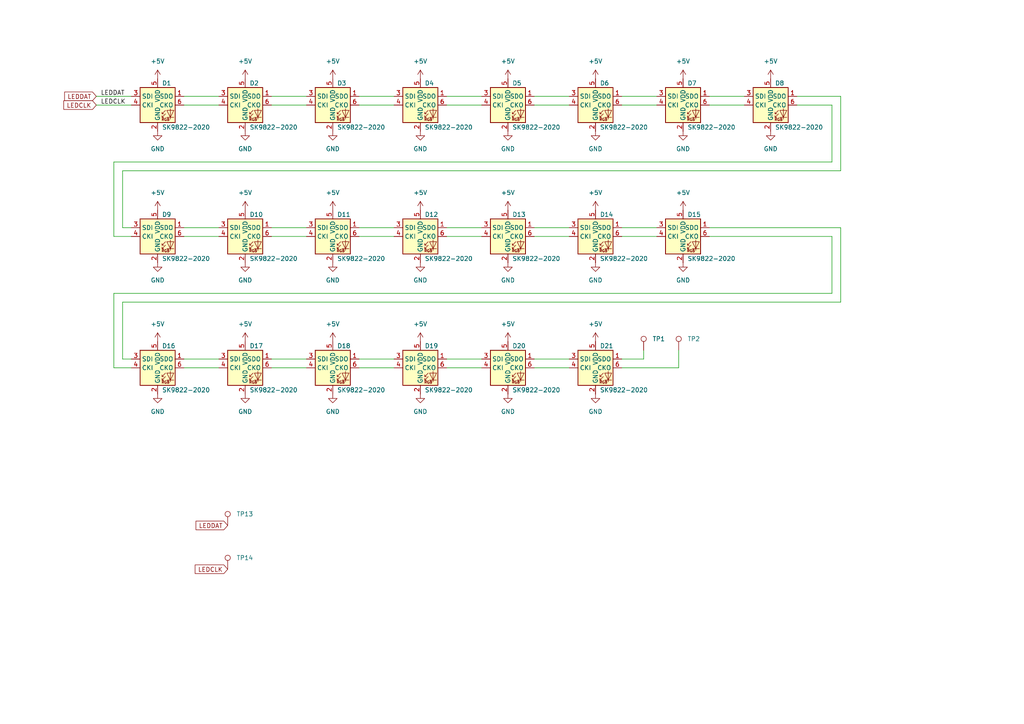
<source format=kicad_sch>
(kicad_sch (version 20211123) (generator eeschema)
  (paper "A4")
  (title_block (title "Paranoids Con Badge") (date "2022-06-21") (rev "A") (company "Yahoo") (comment 1 "See LICENSE file in project root for terms.") (comment 2 "Copyright Yahoo, Licensed under the terms of the Apache-2.0 license.") (comment 4 "This sheet contains the SK9822 LED chain around the perimeter of the badge"))
  (lib_symbols
    (symbol "Connector:TestPoint" (pin_numbers hide) (pin_names (offset 0.762) hide)
      (property "Reference" "TP" (at 0 6.858 0))
      (property "Value" "TestPoint" (at 0 5.08 0))
      (symbol "TestPoint_0_1"
        (circle (center 0 3.302) (radius 0.762))
      )
      (symbol "TestPoint_1_1"
        (pin passive line (at 0 0 90) (length 2.54) (name "1") (number "1"))
      )
    )
    (symbol "badge_custom_parts:SK9822-2020"
      (property "Reference" "D" (at 5.08 5.715 0))
      (property "Value" "SK9822-2020" (at 1.27 -5.715 0))
      (symbol "SK9822-2020_0_0"
        (text "RGB" (at 2.286 -4.191 0) (effects (font (size 0.762 0.762))))
      )
      (symbol "SK9822-2020_0_1"
        (polyline (pts (xy 1.27 -3.556) (xy 1.778 -3.556)))
        (polyline (pts (xy 1.27 -2.54) (xy 1.778 -2.54)))
        (polyline (pts (xy 4.699 -3.556) (xy 2.667 -3.556)))
        (polyline (pts (xy 2.286 -2.54) (xy 1.27 -3.556) (xy 1.27 -3.048)))
        (polyline (pts (xy 2.286 -1.524) (xy 1.27 -2.54) (xy 1.27 -2.032)))
        (polyline (pts (xy 3.683 -1.016) (xy 3.683 -3.556) (xy 3.683 -4.064)))
        (polyline (pts (xy 4.699 -1.524) (xy 2.667 -1.524) (xy 3.683 -3.556) (xy 4.699 -1.524)))
        (rectangle (start 5.08 5.08) (end -5.08 -5.08) (stroke (width 0.254)) (fill (type background)))
      )
      (symbol "SK9822-2020_1_1"
        (pin output line (at 7.62 2.54 180) (length 2.54) (name "SDO") (number "1"))
        (pin power_in line (at 0 -7.62 90) (length 2.54) (name "GND") (number "2"))
        (pin input line (at -7.62 2.54 0) (length 2.54) (name "SDI") (number "3"))
        (pin input line (at -7.62 0 0) (length 2.54) (name "CKI") (number "4"))
        (pin power_in line (at 0 7.62 270) (length 2.54) (name "VDD") (number "5"))
        (pin output line (at 7.62 0 180) (length 2.54) (name "CKO") (number "6"))
      )
    )
    (symbol "power:+5V" (power) (pin_names (offset 0))
      (property "Value" "+5V" (at 0 3.556 0))
      (symbol "+5V_0_1"
        (polyline (pts (xy -0.762 1.27) (xy 0 2.54)))
        (polyline (pts (xy 0 0) (xy 0 2.54)))
        (polyline (pts (xy 0 2.54) (xy 0.762 1.27)))
      )
      (symbol "+5V_1_1"
        (pin power_in line (at 0 0 90) (length 0) hide (name "+5V") (number "1"))
      )
    )
    (symbol "power:GND" (power) (pin_names (offset 0))
      (property "Value" "GND" (at 0 -3.81 0))
      (symbol "GND_0_1"
        (polyline (pts (xy 0 0) (xy 0 -1.27) (xy 1.27 -1.27) (xy 0 -2.54) (xy -1.27 -1.27) (xy 0 -1.27)))
      )
      (symbol "GND_1_1"
        (pin power_in line (at 0 0 270) (length 0) hide (name "GND") (number "1"))
      )
    )
  )
  (wire (pts (xy 129.54 27.94) (xy 139.7 27.94)))
  (wire (pts (xy 129.54 68.58) (xy 139.7 68.58)))
  (wire (pts (xy 53.34 66.04) (xy 63.5 66.04)))
  (wire (pts (xy 78.74 106.68) (xy 88.9 106.68)))
  (wire (pts (xy 154.94 106.68) (xy 165.1 106.68)))
  (wire (pts (xy 33.02 85.09) (xy 33.02 106.68)))
  (wire (pts (xy 104.14 104.14) (xy 114.3 104.14)))
  (wire (pts (xy 78.74 27.94) (xy 88.9 27.94)))
  (wire (pts (xy 35.56 87.63) (xy 243.84 87.63)))
  (wire (pts (xy 205.74 27.94) (xy 215.9 27.94)))
  (wire (pts (xy 180.34 68.58) (xy 190.5 68.58)))
  (wire (pts (xy 35.56 49.53) (xy 243.84 49.53)))
  (wire (pts (xy 33.02 106.68) (xy 38.1 106.68)))
  (wire (pts (xy 78.74 104.14) (xy 88.9 104.14)))
  (wire (pts (xy 180.34 27.94) (xy 190.5 27.94)))
  (wire (pts (xy 180.34 106.68) (xy 196.85 106.68)))
  (wire (pts (xy 154.94 66.04) (xy 165.1 66.04)))
  (wire (pts (xy 78.74 66.04) (xy 88.9 66.04)))
  (wire (pts (xy 180.34 104.14) (xy 186.69 104.14)))
  (wire (pts (xy 129.54 104.14) (xy 139.7 104.14)))
  (wire (pts (xy 129.54 30.48) (xy 139.7 30.48)))
  (wire (pts (xy 231.14 30.48) (xy 241.3 30.48)))
  (wire (pts (xy 38.1 68.58) (xy 33.02 68.58)))
  (wire (pts (xy 53.34 104.14) (xy 63.5 104.14)))
  (wire (pts (xy 27.94 30.48) (xy 38.1 30.48)))
  (wire (pts (xy 241.3 68.58) (xy 241.3 85.09)))
  (wire (pts (xy 154.94 104.14) (xy 165.1 104.14)))
  (wire (pts (xy 196.85 106.68) (xy 196.85 101.6)))
  (wire (pts (xy 35.56 104.14) (xy 35.56 87.63)))
  (wire (pts (xy 78.74 68.58) (xy 88.9 68.58)))
  (wire (pts (xy 154.94 27.94) (xy 165.1 27.94)))
  (wire (pts (xy 205.74 68.58) (xy 241.3 68.58)))
  (wire (pts (xy 241.3 30.48) (xy 241.3 46.99)))
  (wire (pts (xy 243.84 87.63) (xy 243.84 66.04)))
  (wire (pts (xy 180.34 30.48) (xy 190.5 30.48)))
  (wire (pts (xy 78.74 30.48) (xy 88.9 30.48)))
  (wire (pts (xy 104.14 68.58) (xy 114.3 68.58)))
  (wire (pts (xy 38.1 104.14) (xy 35.56 104.14)))
  (wire (pts (xy 35.56 66.04) (xy 38.1 66.04)))
  (wire (pts (xy 241.3 85.09) (xy 33.02 85.09)))
  (wire (pts (xy 33.02 46.99) (xy 241.3 46.99)))
  (wire (pts (xy 27.94 27.94) (xy 38.1 27.94)))
  (wire (pts (xy 33.02 68.58) (xy 33.02 46.99)))
  (wire (pts (xy 154.94 68.58) (xy 165.1 68.58)))
  (wire (pts (xy 186.69 104.14) (xy 186.69 101.6)))
  (wire (pts (xy 154.94 30.48) (xy 165.1 30.48)))
  (wire (pts (xy 104.14 30.48) (xy 114.3 30.48)))
  (wire (pts (xy 53.34 106.68) (xy 63.5 106.68)))
  (wire (pts (xy 104.14 106.68) (xy 114.3 106.68)))
  (wire (pts (xy 35.56 66.04) (xy 35.56 49.53)))
  (wire (pts (xy 129.54 106.68) (xy 139.7 106.68)))
  (wire (pts (xy 53.34 27.94) (xy 63.5 27.94)))
  (wire (pts (xy 243.84 66.04) (xy 205.74 66.04)))
  (wire (pts (xy 104.14 66.04) (xy 114.3 66.04)))
  (wire (pts (xy 205.74 30.48) (xy 215.9 30.48)))
  (wire (pts (xy 243.84 49.53) (xy 243.84 27.94)))
  (wire (pts (xy 53.34 68.58) (xy 63.5 68.58)))
  (wire (pts (xy 104.14 27.94) (xy 114.3 27.94)))
  (wire (pts (xy 243.84 27.94) (xy 231.14 27.94)))
  (wire (pts (xy 53.34 30.48) (xy 63.5 30.48)))
  (wire (pts (xy 129.54 66.04) (xy 139.7 66.04)))
  (wire (pts (xy 180.34 66.04) (xy 190.5 66.04)))
  (label "LEDCLK" (at 29.21 30.48 0))
  (label "LEDDAT" (at 29.21 27.94 0))
  (global_label "LEDCLK" (shape input) (at 66.04 165.1 180) (property "Intersheet References" "${INTERSHEET_REFS}" (effects hide)))
  (global_label "LEDDAT" (shape input) (at 66.04 152.4 180) (property "Intersheet References" "${INTERSHEET_REFS}" (effects hide)))
  (global_label "LEDCLK" (shape input) (at 27.94 30.48 180) (property "Intersheet References" "${INTERSHEET_REFS}" (effects hide)))
  (global_label "LEDDAT" (shape input) (at 27.94 27.94 180) (property "Intersheet References" "${INTERSHEET_REFS}" (effects hide)))
  (symbol (lib_id "badge_custom_parts:SK9822-2020") (at 45.72 30.48 0) (unit 1)
    (property "Reference" "D1" (at 46.99 24.13 0) (effects (justify left)))
    (property "Value" "SK9822-2020" (at 46.99 36.195 0) (effects (justify left top)))
    (property "Footprint" "badge_custom_parts:LED-SK9822-2020" (effects hide))
    (property "Datasheet" "http://www.led-color.com/upload/201604/APA102-2020%20SMD%20LED.pdf" (effects hide))
  )
  (symbol (lib_id "badge_custom_parts:SK9822-2020") (at 172.72 106.68 0) (unit 1)
    (property "Reference" "D21" (at 173.99 100.33 0) (effects (justify left)))
    (property "Value" "SK9822-2020" (at 173.99 112.395 0) (effects (justify left top)))
    (property "Footprint" "badge_custom_parts:LED-SK9822-2020" (effects hide))
    (property "Datasheet" "http://www.led-color.com/upload/201604/APA102-2020%20SMD%20LED.pdf" (effects hide))
  )
  (symbol (lib_id "power:+5V") (at 96.52 22.86 0) (unit 1)
    (property "Reference" "#PWR03" (effects hide))
    (property "Value" "+5V" (at 96.52 17.78 0))
  )
  (symbol (lib_id "power:GND") (at 172.72 114.3 0) (unit 1)
    (property "Reference" "#PWR042" (effects hide))
    (property "Value" "GND" (at 172.72 119.38 0))
  )
  (symbol (lib_id "power:GND") (at 45.72 76.2 0) (unit 1)
    (property "Reference" "#PWR024" (effects hide))
    (property "Value" "GND" (at 45.72 81.28 0))
  )
  (symbol (lib_id "power:+5V") (at 71.12 99.06 0) (unit 1)
    (property "Reference" "#PWR032" (effects hide))
    (property "Value" "+5V" (at 71.12 93.98 0))
  )
  (symbol (lib_id "power:GND") (at 147.32 76.2 0) (unit 1)
    (property "Reference" "#PWR028" (effects hide))
    (property "Value" "GND" (at 147.32 81.28 0))
  )
  (symbol (lib_id "power:GND") (at 45.72 38.1 0) (unit 1)
    (property "Reference" "#PWR09" (effects hide))
    (property "Value" "GND" (at 45.72 43.18 0))
  )
  (symbol (lib_id "power:GND") (at 147.32 114.3 0) (unit 1)
    (property "Reference" "#PWR041" (effects hide))
    (property "Value" "GND" (at 147.32 119.38 0))
  )
  (symbol (lib_id "badge_custom_parts:SK9822-2020") (at 96.52 68.58 0) (unit 1)
    (property "Reference" "D11" (at 97.79 62.23 0) (effects (justify left)))
    (property "Value" "SK9822-2020" (at 97.79 74.295 0) (effects (justify left top)))
    (property "Footprint" "badge_custom_parts:LED-SK9822-2020" (effects hide))
    (property "Datasheet" "http://www.led-color.com/upload/201604/APA102-2020%20SMD%20LED.pdf" (effects hide))
  )
  (symbol (lib_id "badge_custom_parts:SK9822-2020") (at 45.72 106.68 0) (unit 1)
    (property "Reference" "D16" (at 46.99 100.33 0) (effects (justify left)))
    (property "Value" "SK9822-2020" (at 46.99 112.395 0) (effects (justify left top)))
    (property "Footprint" "badge_custom_parts:LED-SK9822-2020" (effects hide))
    (property "Datasheet" "http://www.led-color.com/upload/201604/APA102-2020%20SMD%20LED.pdf" (effects hide))
  )
  (symbol (lib_id "power:+5V") (at 96.52 60.96 0) (unit 1)
    (property "Reference" "#PWR019" (effects hide))
    (property "Value" "+5V" (at 96.52 55.88 0))
  )
  (symbol (lib_id "Connector:TestPoint") (at 196.85 101.6 0) (unit 1)
    (property "Reference" "TP2" (at 199.39 98.2979 0) (effects (justify left)))
    (property "Value" "TestPoint" (effects hide))
    (property "Footprint" "TestPoint:TestPoint_Pad_1.0x1.0mm" (effects hide))
  )
  (symbol (lib_id "power:GND") (at 147.32 38.1 0) (unit 1)
    (property "Reference" "#PWR013" (effects hide))
    (property "Value" "GND" (at 147.32 43.18 0))
  )
  (symbol (lib_id "power:+5V") (at 147.32 60.96 0) (unit 1)
    (property "Reference" "#PWR021" (effects hide))
    (property "Value" "+5V" (at 147.32 55.88 0))
  )
  (symbol (lib_id "power:+5V") (at 198.12 22.86 0) (unit 1)
    (property "Reference" "#PWR07" (effects hide))
    (property "Value" "+5V" (at 198.12 17.78 0))
  )
  (symbol (lib_id "power:GND") (at 71.12 38.1 0) (unit 1)
    (property "Reference" "#PWR010" (effects hide))
    (property "Value" "GND" (at 71.12 43.18 0))
  )
  (symbol (lib_id "badge_custom_parts:SK9822-2020") (at 121.92 68.58 0) (unit 1)
    (property "Reference" "D12" (at 123.19 62.23 0) (effects (justify left)))
    (property "Value" "SK9822-2020" (at 123.19 74.295 0) (effects (justify left top)))
    (property "Footprint" "badge_custom_parts:LED-SK9822-2020" (effects hide))
    (property "Datasheet" "http://www.led-color.com/upload/201604/APA102-2020%20SMD%20LED.pdf" (effects hide))
  )
  (symbol (lib_id "badge_custom_parts:SK9822-2020") (at 147.32 106.68 0) (unit 1)
    (property "Reference" "D20" (at 148.59 100.33 0) (effects (justify left)))
    (property "Value" "SK9822-2020" (at 148.59 112.395 0) (effects (justify left top)))
    (property "Footprint" "badge_custom_parts:LED-SK9822-2020" (effects hide))
    (property "Datasheet" "http://www.led-color.com/upload/201604/APA102-2020%20SMD%20LED.pdf" (effects hide))
  )
  (symbol (lib_id "power:+5V") (at 121.92 99.06 0) (unit 1)
    (property "Reference" "#PWR034" (effects hide))
    (property "Value" "+5V" (at 121.92 93.98 0))
  )
  (symbol (lib_id "badge_custom_parts:SK9822-2020") (at 172.72 68.58 0) (unit 1)
    (property "Reference" "D14" (at 173.99 62.23 0) (effects (justify left)))
    (property "Value" "SK9822-2020" (at 173.99 74.295 0) (effects (justify left top)))
    (property "Footprint" "badge_custom_parts:LED-SK9822-2020" (effects hide))
    (property "Datasheet" "http://www.led-color.com/upload/201604/APA102-2020%20SMD%20LED.pdf" (effects hide))
  )
  (symbol (lib_id "badge_custom_parts:SK9822-2020") (at 223.52 30.48 0) (unit 1)
    (property "Reference" "D8" (at 224.79 24.13 0) (effects (justify left)))
    (property "Value" "SK9822-2020" (at 224.79 36.195 0) (effects (justify left top)))
    (property "Footprint" "badge_custom_parts:LED-SK9822-2020" (effects hide))
    (property "Datasheet" "http://www.led-color.com/upload/201604/APA102-2020%20SMD%20LED.pdf" (effects hide))
  )
  (symbol (lib_id "badge_custom_parts:SK9822-2020") (at 172.72 30.48 0) (unit 1)
    (property "Reference" "D6" (at 173.99 24.13 0) (effects (justify left)))
    (property "Value" "SK9822-2020" (at 173.99 36.195 0) (effects (justify left top)))
    (property "Footprint" "badge_custom_parts:LED-SK9822-2020" (effects hide))
    (property "Datasheet" "http://www.led-color.com/upload/201604/APA102-2020%20SMD%20LED.pdf" (effects hide))
  )
  (symbol (lib_id "power:GND") (at 172.72 76.2 0) (unit 1)
    (property "Reference" "#PWR029" (effects hide))
    (property "Value" "GND" (at 172.72 81.28 0))
  )
  (symbol (lib_id "badge_custom_parts:SK9822-2020") (at 71.12 106.68 0) (unit 1)
    (property "Reference" "D17" (at 72.39 100.33 0) (effects (justify left)))
    (property "Value" "SK9822-2020" (at 72.39 112.395 0) (effects (justify left top)))
    (property "Footprint" "badge_custom_parts:LED-SK9822-2020" (effects hide))
    (property "Datasheet" "http://www.led-color.com/upload/201604/APA102-2020%20SMD%20LED.pdf" (effects hide))
  )
  (symbol (lib_id "Connector:TestPoint") (at 66.04 152.4 0) (unit 1)
    (property "Reference" "TP13" (at 68.58 149.0979 0) (effects (justify left)))
    (property "Value" "TestPoint" (effects hide))
    (property "Footprint" "TestPoint:TestPoint_Pad_1.0x1.0mm" (effects hide))
  )
  (symbol (lib_id "power:GND") (at 172.72 38.1 0) (unit 1)
    (property "Reference" "#PWR014" (effects hide))
    (property "Value" "GND" (at 172.72 43.18 0))
  )
  (symbol (lib_id "power:GND") (at 121.92 38.1 0) (unit 1)
    (property "Reference" "#PWR012" (effects hide))
    (property "Value" "GND" (at 121.92 43.18 0))
  )
  (symbol (lib_id "power:GND") (at 96.52 76.2 0) (unit 1)
    (property "Reference" "#PWR026" (effects hide))
    (property "Value" "GND" (at 96.52 81.28 0))
  )
  (symbol (lib_id "badge_custom_parts:SK9822-2020") (at 198.12 68.58 0) (unit 1)
    (property "Reference" "D15" (at 199.39 62.23 0) (effects (justify left)))
    (property "Value" "SK9822-2020" (at 199.39 74.295 0) (effects (justify left top)))
    (property "Footprint" "badge_custom_parts:LED-SK9822-2020" (effects hide))
    (property "Datasheet" "http://www.led-color.com/upload/201604/APA102-2020%20SMD%20LED.pdf" (effects hide))
  )
  (symbol (lib_id "power:+5V") (at 147.32 99.06 0) (unit 1)
    (property "Reference" "#PWR035" (effects hide))
    (property "Value" "+5V" (at 147.32 93.98 0))
  )
  (symbol (lib_id "power:+5V") (at 71.12 22.86 0) (unit 1)
    (property "Reference" "#PWR02" (effects hide))
    (property "Value" "+5V" (at 71.12 17.78 0))
  )
  (symbol (lib_id "power:+5V") (at 147.32 22.86 0) (unit 1)
    (property "Reference" "#PWR05" (effects hide))
    (property "Value" "+5V" (at 147.32 17.78 0))
  )
  (symbol (lib_id "power:+5V") (at 121.92 22.86 0) (unit 1)
    (property "Reference" "#PWR04" (effects hide))
    (property "Value" "+5V" (at 121.92 17.78 0))
  )
  (symbol (lib_id "badge_custom_parts:SK9822-2020") (at 147.32 68.58 0) (unit 1)
    (property "Reference" "D13" (at 148.59 62.23 0) (effects (justify left)))
    (property "Value" "SK9822-2020" (at 148.59 74.295 0) (effects (justify left top)))
    (property "Footprint" "badge_custom_parts:LED-SK9822-2020" (effects hide))
    (property "Datasheet" "http://www.led-color.com/upload/201604/APA102-2020%20SMD%20LED.pdf" (effects hide))
  )
  (symbol (lib_id "power:+5V") (at 45.72 99.06 0) (unit 1)
    (property "Reference" "#PWR031" (effects hide))
    (property "Value" "+5V" (at 45.72 93.98 0))
  )
  (symbol (lib_id "power:GND") (at 198.12 76.2 0) (unit 1)
    (property "Reference" "#PWR030" (effects hide))
    (property "Value" "GND" (at 198.12 81.28 0))
  )
  (symbol (lib_id "badge_custom_parts:SK9822-2020") (at 71.12 30.48 0) (unit 1)
    (property "Reference" "D2" (at 72.39 24.13 0) (effects (justify left)))
    (property "Value" "SK9822-2020" (at 72.39 36.195 0) (effects (justify left top)))
    (property "Footprint" "badge_custom_parts:LED-SK9822-2020" (effects hide))
    (property "Datasheet" "http://www.led-color.com/upload/201604/APA102-2020%20SMD%20LED.pdf" (effects hide))
  )
  (symbol (lib_id "power:GND") (at 45.72 114.3 0) (unit 1)
    (property "Reference" "#PWR037" (effects hide))
    (property "Value" "GND" (at 45.72 119.38 0))
  )
  (symbol (lib_id "power:GND") (at 223.52 38.1 0) (unit 1)
    (property "Reference" "#PWR016" (effects hide))
    (property "Value" "GND" (at 223.52 43.18 0))
  )
  (symbol (lib_id "power:+5V") (at 71.12 60.96 0) (unit 1)
    (property "Reference" "#PWR018" (effects hide))
    (property "Value" "+5V" (at 71.12 55.88 0))
  )
  (symbol (lib_id "power:+5V") (at 198.12 60.96 0) (unit 1)
    (property "Reference" "#PWR023" (effects hide))
    (property "Value" "+5V" (at 198.12 55.88 0))
  )
  (symbol (lib_id "power:GND") (at 121.92 76.2 0) (unit 1)
    (property "Reference" "#PWR027" (effects hide))
    (property "Value" "GND" (at 121.92 81.28 0))
  )
  (symbol (lib_id "badge_custom_parts:SK9822-2020") (at 121.92 30.48 0) (unit 1)
    (property "Reference" "D4" (at 123.19 24.13 0) (effects (justify left)))
    (property "Value" "SK9822-2020" (at 123.19 36.195 0) (effects (justify left top)))
    (property "Footprint" "badge_custom_parts:LED-SK9822-2020" (effects hide))
    (property "Datasheet" "http://www.led-color.com/upload/201604/APA102-2020%20SMD%20LED.pdf" (effects hide))
  )
  (symbol (lib_id "power:+5V") (at 96.52 99.06 0) (unit 1)
    (property "Reference" "#PWR033" (effects hide))
    (property "Value" "+5V" (at 96.52 93.98 0))
  )
  (symbol (lib_id "power:GND") (at 96.52 38.1 0) (unit 1)
    (property "Reference" "#PWR011" (effects hide))
    (property "Value" "GND" (at 96.52 43.18 0))
  )
  (symbol (lib_id "badge_custom_parts:SK9822-2020") (at 96.52 106.68 0) (unit 1)
    (property "Reference" "D18" (at 97.79 100.33 0) (effects (justify left)))
    (property "Value" "SK9822-2020" (at 97.79 112.395 0) (effects (justify left top)))
    (property "Footprint" "badge_custom_parts:LED-SK9822-2020" (effects hide))
    (property "Datasheet" "http://www.led-color.com/upload/201604/APA102-2020%20SMD%20LED.pdf" (effects hide))
  )
  (symbol (lib_id "power:GND") (at 71.12 76.2 0) (unit 1)
    (property "Reference" "#PWR025" (effects hide))
    (property "Value" "GND" (at 71.12 81.28 0))
  )
  (symbol (lib_id "badge_custom_parts:SK9822-2020") (at 198.12 30.48 0) (unit 1)
    (property "Reference" "D7" (at 199.39 24.13 0) (effects (justify left)))
    (property "Value" "SK9822-2020" (at 199.39 36.195 0) (effects (justify left top)))
    (property "Footprint" "badge_custom_parts:LED-SK9822-2020" (effects hide))
    (property "Datasheet" "http://www.led-color.com/upload/201604/APA102-2020%20SMD%20LED.pdf" (effects hide))
  )
  (symbol (lib_id "power:+5V") (at 172.72 22.86 0) (unit 1)
    (property "Reference" "#PWR06" (effects hide))
    (property "Value" "+5V" (at 172.72 17.78 0))
  )
  (symbol (lib_id "power:GND") (at 71.12 114.3 0) (unit 1)
    (property "Reference" "#PWR038" (effects hide))
    (property "Value" "GND" (at 71.12 119.38 0))
  )
  (symbol (lib_id "power:+5V") (at 223.52 22.86 0) (unit 1)
    (property "Reference" "#PWR08" (effects hide))
    (property "Value" "+5V" (at 223.52 17.78 0))
  )
  (symbol (lib_id "badge_custom_parts:SK9822-2020") (at 147.32 30.48 0) (unit 1)
    (property "Reference" "D5" (at 148.59 24.13 0) (effects (justify left)))
    (property "Value" "SK9822-2020" (at 148.59 36.195 0) (effects (justify left top)))
    (property "Footprint" "badge_custom_parts:LED-SK9822-2020" (effects hide))
    (property "Datasheet" "http://www.led-color.com/upload/201604/APA102-2020%20SMD%20LED.pdf" (effects hide))
  )
  (symbol (lib_id "Connector:TestPoint") (at 186.69 101.6 0) (unit 1)
    (property "Reference" "TP1" (at 189.23 98.2979 0) (effects (justify left)))
    (property "Value" "TestPoint" (effects hide))
    (property "Footprint" "TestPoint:TestPoint_Pad_1.0x1.0mm" (effects hide))
  )
  (symbol (lib_id "power:+5V") (at 172.72 99.06 0) (unit 1)
    (property "Reference" "#PWR036" (effects hide))
    (property "Value" "+5V" (at 172.72 93.98 0))
  )
  (symbol (lib_id "Connector:TestPoint") (at 66.04 165.1 0) (unit 1)
    (property "Reference" "TP14" (at 68.58 161.7979 0) (effects (justify left)))
    (property "Value" "TestPoint" (effects hide))
    (property "Footprint" "TestPoint:TestPoint_Pad_1.0x1.0mm" (effects hide))
  )
  (symbol (lib_id "badge_custom_parts:SK9822-2020") (at 71.12 68.58 0) (unit 1)
    (property "Reference" "D10" (at 72.39 62.23 0) (effects (justify left)))
    (property "Value" "SK9822-2020" (at 72.39 74.295 0) (effects (justify left top)))
    (property "Footprint" "badge_custom_parts:LED-SK9822-2020" (effects hide))
    (property "Datasheet" "http://www.led-color.com/upload/201604/APA102-2020%20SMD%20LED.pdf" (effects hide))
  )
  (symbol (lib_id "power:GND") (at 96.52 114.3 0) (unit 1)
    (property "Reference" "#PWR039" (effects hide))
    (property "Value" "GND" (at 96.52 119.38 0))
  )
  (symbol (lib_id "power:+5V") (at 45.72 22.86 0) (unit 1)
    (property "Reference" "#PWR01" (effects hide))
    (property "Value" "+5V" (at 45.72 17.78 0))
  )
  (symbol (lib_id "power:GND") (at 198.12 38.1 0) (unit 1)
    (property "Reference" "#PWR015" (effects hide))
    (property "Value" "GND" (at 198.12 43.18 0))
  )
  (symbol (lib_id "power:GND") (at 121.92 114.3 0) (unit 1)
    (property "Reference" "#PWR040" (effects hide))
    (property "Value" "GND" (at 121.92 119.38 0))
  )
  (symbol (lib_id "badge_custom_parts:SK9822-2020") (at 121.92 106.68 0) (unit 1)
    (property "Reference" "D19" (at 123.19 100.33 0) (effects (justify left)))
    (property "Value" "SK9822-2020" (at 123.19 112.395 0) (effects (justify left top)))
    (property "Footprint" "badge_custom_parts:LED-SK9822-2020" (effects hide))
    (property "Datasheet" "http://www.led-color.com/upload/201604/APA102-2020%20SMD%20LED.pdf" (effects hide))
  )
  (symbol (lib_id "power:+5V") (at 121.92 60.96 0) (unit 1)
    (property "Reference" "#PWR020" (effects hide))
    (property "Value" "+5V" (at 121.92 55.88 0))
  )
  (symbol (lib_id "badge_custom_parts:SK9822-2020") (at 45.72 68.58 0) (unit 1)
    (property "Reference" "D9" (at 46.99 62.23 0) (effects (justify left)))
    (property "Value" "SK9822-2020" (at 46.99 74.295 0) (effects (justify left top)))
    (property "Footprint" "badge_custom_parts:LED-SK9822-2020" (effects hide))
    (property "Datasheet" "http://www.led-color.com/upload/201604/APA102-2020%20SMD%20LED.pdf" (effects hide))
  )
  (symbol (lib_id "power:+5V") (at 172.72 60.96 0) (unit 1)
    (property "Reference" "#PWR022" (effects hide))
    (property "Value" "+5V" (at 172.72 55.88 0))
  )
  (symbol (lib_id "power:+5V") (at 45.72 60.96 0) (unit 1)
    (property "Reference" "#PWR017" (effects hide))
    (property "Value" "+5V" (at 45.72 55.88 0))
  )
  (symbol (lib_id "badge_custom_parts:SK9822-2020") (at 96.52 30.48 0) (unit 1)
    (property "Reference" "D3" (at 97.79 24.13 0) (effects (justify left)))
    (property "Value" "SK9822-2020" (at 97.79 36.195 0) (effects (justify left top)))
    (property "Footprint" "badge_custom_parts:LED-SK9822-2020" (effects hide))
    (property "Datasheet" "http://www.led-color.com/upload/201604/APA102-2020%20SMD%20LED.pdf" (effects hide))
  )
)
</source>
